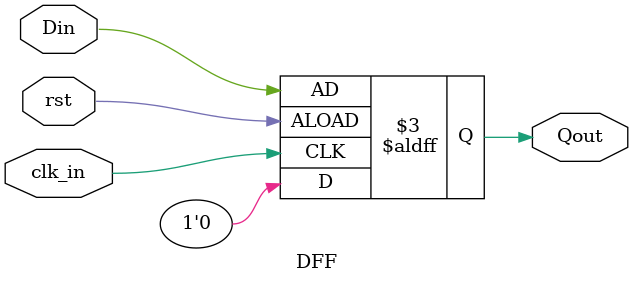
<source format=v>
`timescale 1ns / 1ps
module DFF(
	clk_in,
	Din,
	Qout,
	rst
    );
	 
input clk_in;
input Din;
input rst;

output Qout;
reg Qout;

always @(posedge clk_in or negedge rst)begin
	if(!rst)begin
		Qout=Din;
	end else begin
		Qout=1'b0;
	end
end
endmodule

</source>
